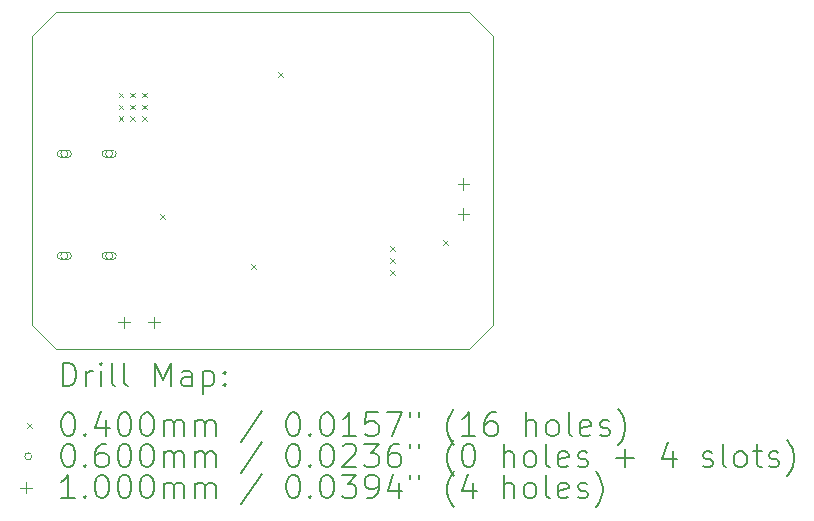
<source format=gbr>
%TF.GenerationSoftware,KiCad,Pcbnew,9.0.4*%
%TF.CreationDate,2025-10-19T21:38:01+02:00*%
%TF.ProjectId,3v-switching-voltage-regulator,33762d73-7769-4746-9368-696e672d766f,rev?*%
%TF.SameCoordinates,Original*%
%TF.FileFunction,Drillmap*%
%TF.FilePolarity,Positive*%
%FSLAX45Y45*%
G04 Gerber Fmt 4.5, Leading zero omitted, Abs format (unit mm)*
G04 Created by KiCad (PCBNEW 9.0.4) date 2025-10-19 21:38:01*
%MOMM*%
%LPD*%
G01*
G04 APERTURE LIST*
%ADD10C,0.100000*%
%ADD11C,0.200000*%
G04 APERTURE END LIST*
D10*
X8125000Y-6200000D02*
X8125000Y-3750000D01*
X8325000Y-3550000D02*
X11825000Y-3550000D01*
X8325000Y-6400000D02*
X8125000Y-6200000D01*
X8125000Y-3750000D02*
X8325000Y-3550000D01*
X12025000Y-3750000D02*
X11825000Y-3550000D01*
X8325000Y-6400000D02*
X11825000Y-6400000D01*
X12025000Y-6200000D02*
X12025000Y-3750000D01*
X11825000Y-6400000D02*
X12025000Y-6200000D01*
D11*
D10*
X8855000Y-4230000D02*
X8895000Y-4270000D01*
X8895000Y-4230000D02*
X8855000Y-4270000D01*
X8855000Y-4330000D02*
X8895000Y-4370000D01*
X8895000Y-4330000D02*
X8855000Y-4370000D01*
X8855000Y-4430000D02*
X8895000Y-4470000D01*
X8895000Y-4430000D02*
X8855000Y-4470000D01*
X8955000Y-4230000D02*
X8995000Y-4270000D01*
X8995000Y-4230000D02*
X8955000Y-4270000D01*
X8955000Y-4330000D02*
X8995000Y-4370000D01*
X8995000Y-4330000D02*
X8955000Y-4370000D01*
X8955000Y-4430000D02*
X8995000Y-4470000D01*
X8995000Y-4430000D02*
X8955000Y-4470000D01*
X9055000Y-4230000D02*
X9095000Y-4270000D01*
X9095000Y-4230000D02*
X9055000Y-4270000D01*
X9055000Y-4330000D02*
X9095000Y-4370000D01*
X9095000Y-4330000D02*
X9055000Y-4370000D01*
X9055000Y-4430000D02*
X9095000Y-4470000D01*
X9095000Y-4430000D02*
X9055000Y-4470000D01*
X9205000Y-5255000D02*
X9245000Y-5295000D01*
X9245000Y-5255000D02*
X9205000Y-5295000D01*
X9980000Y-5680000D02*
X10020000Y-5720000D01*
X10020000Y-5680000D02*
X9980000Y-5720000D01*
X10205000Y-4055000D02*
X10245000Y-4095000D01*
X10245000Y-4055000D02*
X10205000Y-4095000D01*
X11155000Y-5530000D02*
X11195000Y-5570000D01*
X11195000Y-5530000D02*
X11155000Y-5570000D01*
X11155000Y-5630000D02*
X11195000Y-5670000D01*
X11195000Y-5630000D02*
X11155000Y-5670000D01*
X11155000Y-5730000D02*
X11195000Y-5770000D01*
X11195000Y-5730000D02*
X11155000Y-5770000D01*
X11605000Y-5480000D02*
X11645000Y-5520000D01*
X11645000Y-5480000D02*
X11605000Y-5520000D01*
X8425000Y-4746860D02*
G75*
G02*
X8365000Y-4746860I-30000J0D01*
G01*
X8365000Y-4746860D02*
G75*
G02*
X8425000Y-4746860I30000J0D01*
G01*
X8425000Y-4716860D02*
X8365000Y-4716860D01*
X8365000Y-4776860D02*
G75*
G02*
X8365000Y-4716860I0J30000D01*
G01*
X8365000Y-4776860D02*
X8425000Y-4776860D01*
X8425000Y-4776860D02*
G75*
G03*
X8425000Y-4716860I0J30000D01*
G01*
X8425000Y-5610860D02*
G75*
G02*
X8365000Y-5610860I-30000J0D01*
G01*
X8365000Y-5610860D02*
G75*
G02*
X8425000Y-5610860I30000J0D01*
G01*
X8425000Y-5580860D02*
X8365000Y-5580860D01*
X8365000Y-5640860D02*
G75*
G02*
X8365000Y-5580860I0J30000D01*
G01*
X8365000Y-5640860D02*
X8425000Y-5640860D01*
X8425000Y-5640860D02*
G75*
G03*
X8425000Y-5580860I0J30000D01*
G01*
X8805000Y-4746860D02*
G75*
G02*
X8745000Y-4746860I-30000J0D01*
G01*
X8745000Y-4746860D02*
G75*
G02*
X8805000Y-4746860I30000J0D01*
G01*
X8805000Y-4716860D02*
X8745000Y-4716860D01*
X8745000Y-4776860D02*
G75*
G02*
X8745000Y-4716860I0J30000D01*
G01*
X8745000Y-4776860D02*
X8805000Y-4776860D01*
X8805000Y-4776860D02*
G75*
G03*
X8805000Y-4716860I0J30000D01*
G01*
X8805000Y-5610860D02*
G75*
G02*
X8745000Y-5610860I-30000J0D01*
G01*
X8745000Y-5610860D02*
G75*
G02*
X8805000Y-5610860I30000J0D01*
G01*
X8805000Y-5580860D02*
X8745000Y-5580860D01*
X8745000Y-5640860D02*
G75*
G02*
X8745000Y-5580860I0J30000D01*
G01*
X8745000Y-5640860D02*
X8805000Y-5640860D01*
X8805000Y-5640860D02*
G75*
G03*
X8805000Y-5580860I0J30000D01*
G01*
X8900000Y-6125000D02*
X8900000Y-6225000D01*
X8850000Y-6175000D02*
X8950000Y-6175000D01*
X9154000Y-6125000D02*
X9154000Y-6225000D01*
X9104000Y-6175000D02*
X9204000Y-6175000D01*
X11775000Y-4950000D02*
X11775000Y-5050000D01*
X11725000Y-5000000D02*
X11825000Y-5000000D01*
X11775000Y-5204000D02*
X11775000Y-5304000D01*
X11725000Y-5254000D02*
X11825000Y-5254000D01*
D11*
X8380777Y-6716484D02*
X8380777Y-6516484D01*
X8380777Y-6516484D02*
X8428396Y-6516484D01*
X8428396Y-6516484D02*
X8456967Y-6526008D01*
X8456967Y-6526008D02*
X8476015Y-6545055D01*
X8476015Y-6545055D02*
X8485539Y-6564103D01*
X8485539Y-6564103D02*
X8495063Y-6602198D01*
X8495063Y-6602198D02*
X8495063Y-6630769D01*
X8495063Y-6630769D02*
X8485539Y-6668865D01*
X8485539Y-6668865D02*
X8476015Y-6687912D01*
X8476015Y-6687912D02*
X8456967Y-6706960D01*
X8456967Y-6706960D02*
X8428396Y-6716484D01*
X8428396Y-6716484D02*
X8380777Y-6716484D01*
X8580777Y-6716484D02*
X8580777Y-6583150D01*
X8580777Y-6621246D02*
X8590301Y-6602198D01*
X8590301Y-6602198D02*
X8599824Y-6592674D01*
X8599824Y-6592674D02*
X8618872Y-6583150D01*
X8618872Y-6583150D02*
X8637920Y-6583150D01*
X8704586Y-6716484D02*
X8704586Y-6583150D01*
X8704586Y-6516484D02*
X8695063Y-6526008D01*
X8695063Y-6526008D02*
X8704586Y-6535531D01*
X8704586Y-6535531D02*
X8714110Y-6526008D01*
X8714110Y-6526008D02*
X8704586Y-6516484D01*
X8704586Y-6516484D02*
X8704586Y-6535531D01*
X8828396Y-6716484D02*
X8809348Y-6706960D01*
X8809348Y-6706960D02*
X8799824Y-6687912D01*
X8799824Y-6687912D02*
X8799824Y-6516484D01*
X8933158Y-6716484D02*
X8914110Y-6706960D01*
X8914110Y-6706960D02*
X8904586Y-6687912D01*
X8904586Y-6687912D02*
X8904586Y-6516484D01*
X9161729Y-6716484D02*
X9161729Y-6516484D01*
X9161729Y-6516484D02*
X9228396Y-6659341D01*
X9228396Y-6659341D02*
X9295063Y-6516484D01*
X9295063Y-6516484D02*
X9295063Y-6716484D01*
X9476015Y-6716484D02*
X9476015Y-6611722D01*
X9476015Y-6611722D02*
X9466491Y-6592674D01*
X9466491Y-6592674D02*
X9447444Y-6583150D01*
X9447444Y-6583150D02*
X9409348Y-6583150D01*
X9409348Y-6583150D02*
X9390301Y-6592674D01*
X9476015Y-6706960D02*
X9456967Y-6716484D01*
X9456967Y-6716484D02*
X9409348Y-6716484D01*
X9409348Y-6716484D02*
X9390301Y-6706960D01*
X9390301Y-6706960D02*
X9380777Y-6687912D01*
X9380777Y-6687912D02*
X9380777Y-6668865D01*
X9380777Y-6668865D02*
X9390301Y-6649817D01*
X9390301Y-6649817D02*
X9409348Y-6640293D01*
X9409348Y-6640293D02*
X9456967Y-6640293D01*
X9456967Y-6640293D02*
X9476015Y-6630769D01*
X9571253Y-6583150D02*
X9571253Y-6783150D01*
X9571253Y-6592674D02*
X9590301Y-6583150D01*
X9590301Y-6583150D02*
X9628396Y-6583150D01*
X9628396Y-6583150D02*
X9647444Y-6592674D01*
X9647444Y-6592674D02*
X9656967Y-6602198D01*
X9656967Y-6602198D02*
X9666491Y-6621246D01*
X9666491Y-6621246D02*
X9666491Y-6678388D01*
X9666491Y-6678388D02*
X9656967Y-6697436D01*
X9656967Y-6697436D02*
X9647444Y-6706960D01*
X9647444Y-6706960D02*
X9628396Y-6716484D01*
X9628396Y-6716484D02*
X9590301Y-6716484D01*
X9590301Y-6716484D02*
X9571253Y-6706960D01*
X9752205Y-6697436D02*
X9761729Y-6706960D01*
X9761729Y-6706960D02*
X9752205Y-6716484D01*
X9752205Y-6716484D02*
X9742682Y-6706960D01*
X9742682Y-6706960D02*
X9752205Y-6697436D01*
X9752205Y-6697436D02*
X9752205Y-6716484D01*
X9752205Y-6592674D02*
X9761729Y-6602198D01*
X9761729Y-6602198D02*
X9752205Y-6611722D01*
X9752205Y-6611722D02*
X9742682Y-6602198D01*
X9742682Y-6602198D02*
X9752205Y-6592674D01*
X9752205Y-6592674D02*
X9752205Y-6611722D01*
D10*
X8080000Y-7025000D02*
X8120000Y-7065000D01*
X8120000Y-7025000D02*
X8080000Y-7065000D01*
D11*
X8418872Y-6936484D02*
X8437920Y-6936484D01*
X8437920Y-6936484D02*
X8456967Y-6946008D01*
X8456967Y-6946008D02*
X8466491Y-6955531D01*
X8466491Y-6955531D02*
X8476015Y-6974579D01*
X8476015Y-6974579D02*
X8485539Y-7012674D01*
X8485539Y-7012674D02*
X8485539Y-7060293D01*
X8485539Y-7060293D02*
X8476015Y-7098388D01*
X8476015Y-7098388D02*
X8466491Y-7117436D01*
X8466491Y-7117436D02*
X8456967Y-7126960D01*
X8456967Y-7126960D02*
X8437920Y-7136484D01*
X8437920Y-7136484D02*
X8418872Y-7136484D01*
X8418872Y-7136484D02*
X8399824Y-7126960D01*
X8399824Y-7126960D02*
X8390301Y-7117436D01*
X8390301Y-7117436D02*
X8380777Y-7098388D01*
X8380777Y-7098388D02*
X8371253Y-7060293D01*
X8371253Y-7060293D02*
X8371253Y-7012674D01*
X8371253Y-7012674D02*
X8380777Y-6974579D01*
X8380777Y-6974579D02*
X8390301Y-6955531D01*
X8390301Y-6955531D02*
X8399824Y-6946008D01*
X8399824Y-6946008D02*
X8418872Y-6936484D01*
X8571253Y-7117436D02*
X8580777Y-7126960D01*
X8580777Y-7126960D02*
X8571253Y-7136484D01*
X8571253Y-7136484D02*
X8561729Y-7126960D01*
X8561729Y-7126960D02*
X8571253Y-7117436D01*
X8571253Y-7117436D02*
X8571253Y-7136484D01*
X8752205Y-7003150D02*
X8752205Y-7136484D01*
X8704586Y-6926960D02*
X8656967Y-7069817D01*
X8656967Y-7069817D02*
X8780777Y-7069817D01*
X8895063Y-6936484D02*
X8914110Y-6936484D01*
X8914110Y-6936484D02*
X8933158Y-6946008D01*
X8933158Y-6946008D02*
X8942682Y-6955531D01*
X8942682Y-6955531D02*
X8952205Y-6974579D01*
X8952205Y-6974579D02*
X8961729Y-7012674D01*
X8961729Y-7012674D02*
X8961729Y-7060293D01*
X8961729Y-7060293D02*
X8952205Y-7098388D01*
X8952205Y-7098388D02*
X8942682Y-7117436D01*
X8942682Y-7117436D02*
X8933158Y-7126960D01*
X8933158Y-7126960D02*
X8914110Y-7136484D01*
X8914110Y-7136484D02*
X8895063Y-7136484D01*
X8895063Y-7136484D02*
X8876015Y-7126960D01*
X8876015Y-7126960D02*
X8866491Y-7117436D01*
X8866491Y-7117436D02*
X8856967Y-7098388D01*
X8856967Y-7098388D02*
X8847444Y-7060293D01*
X8847444Y-7060293D02*
X8847444Y-7012674D01*
X8847444Y-7012674D02*
X8856967Y-6974579D01*
X8856967Y-6974579D02*
X8866491Y-6955531D01*
X8866491Y-6955531D02*
X8876015Y-6946008D01*
X8876015Y-6946008D02*
X8895063Y-6936484D01*
X9085539Y-6936484D02*
X9104586Y-6936484D01*
X9104586Y-6936484D02*
X9123634Y-6946008D01*
X9123634Y-6946008D02*
X9133158Y-6955531D01*
X9133158Y-6955531D02*
X9142682Y-6974579D01*
X9142682Y-6974579D02*
X9152205Y-7012674D01*
X9152205Y-7012674D02*
X9152205Y-7060293D01*
X9152205Y-7060293D02*
X9142682Y-7098388D01*
X9142682Y-7098388D02*
X9133158Y-7117436D01*
X9133158Y-7117436D02*
X9123634Y-7126960D01*
X9123634Y-7126960D02*
X9104586Y-7136484D01*
X9104586Y-7136484D02*
X9085539Y-7136484D01*
X9085539Y-7136484D02*
X9066491Y-7126960D01*
X9066491Y-7126960D02*
X9056967Y-7117436D01*
X9056967Y-7117436D02*
X9047444Y-7098388D01*
X9047444Y-7098388D02*
X9037920Y-7060293D01*
X9037920Y-7060293D02*
X9037920Y-7012674D01*
X9037920Y-7012674D02*
X9047444Y-6974579D01*
X9047444Y-6974579D02*
X9056967Y-6955531D01*
X9056967Y-6955531D02*
X9066491Y-6946008D01*
X9066491Y-6946008D02*
X9085539Y-6936484D01*
X9237920Y-7136484D02*
X9237920Y-7003150D01*
X9237920Y-7022198D02*
X9247444Y-7012674D01*
X9247444Y-7012674D02*
X9266491Y-7003150D01*
X9266491Y-7003150D02*
X9295063Y-7003150D01*
X9295063Y-7003150D02*
X9314110Y-7012674D01*
X9314110Y-7012674D02*
X9323634Y-7031722D01*
X9323634Y-7031722D02*
X9323634Y-7136484D01*
X9323634Y-7031722D02*
X9333158Y-7012674D01*
X9333158Y-7012674D02*
X9352205Y-7003150D01*
X9352205Y-7003150D02*
X9380777Y-7003150D01*
X9380777Y-7003150D02*
X9399825Y-7012674D01*
X9399825Y-7012674D02*
X9409348Y-7031722D01*
X9409348Y-7031722D02*
X9409348Y-7136484D01*
X9504586Y-7136484D02*
X9504586Y-7003150D01*
X9504586Y-7022198D02*
X9514110Y-7012674D01*
X9514110Y-7012674D02*
X9533158Y-7003150D01*
X9533158Y-7003150D02*
X9561729Y-7003150D01*
X9561729Y-7003150D02*
X9580777Y-7012674D01*
X9580777Y-7012674D02*
X9590301Y-7031722D01*
X9590301Y-7031722D02*
X9590301Y-7136484D01*
X9590301Y-7031722D02*
X9599825Y-7012674D01*
X9599825Y-7012674D02*
X9618872Y-7003150D01*
X9618872Y-7003150D02*
X9647444Y-7003150D01*
X9647444Y-7003150D02*
X9666491Y-7012674D01*
X9666491Y-7012674D02*
X9676015Y-7031722D01*
X9676015Y-7031722D02*
X9676015Y-7136484D01*
X10066491Y-6926960D02*
X9895063Y-7184103D01*
X10323634Y-6936484D02*
X10342682Y-6936484D01*
X10342682Y-6936484D02*
X10361729Y-6946008D01*
X10361729Y-6946008D02*
X10371253Y-6955531D01*
X10371253Y-6955531D02*
X10380777Y-6974579D01*
X10380777Y-6974579D02*
X10390301Y-7012674D01*
X10390301Y-7012674D02*
X10390301Y-7060293D01*
X10390301Y-7060293D02*
X10380777Y-7098388D01*
X10380777Y-7098388D02*
X10371253Y-7117436D01*
X10371253Y-7117436D02*
X10361729Y-7126960D01*
X10361729Y-7126960D02*
X10342682Y-7136484D01*
X10342682Y-7136484D02*
X10323634Y-7136484D01*
X10323634Y-7136484D02*
X10304587Y-7126960D01*
X10304587Y-7126960D02*
X10295063Y-7117436D01*
X10295063Y-7117436D02*
X10285539Y-7098388D01*
X10285539Y-7098388D02*
X10276015Y-7060293D01*
X10276015Y-7060293D02*
X10276015Y-7012674D01*
X10276015Y-7012674D02*
X10285539Y-6974579D01*
X10285539Y-6974579D02*
X10295063Y-6955531D01*
X10295063Y-6955531D02*
X10304587Y-6946008D01*
X10304587Y-6946008D02*
X10323634Y-6936484D01*
X10476015Y-7117436D02*
X10485539Y-7126960D01*
X10485539Y-7126960D02*
X10476015Y-7136484D01*
X10476015Y-7136484D02*
X10466491Y-7126960D01*
X10466491Y-7126960D02*
X10476015Y-7117436D01*
X10476015Y-7117436D02*
X10476015Y-7136484D01*
X10609348Y-6936484D02*
X10628396Y-6936484D01*
X10628396Y-6936484D02*
X10647444Y-6946008D01*
X10647444Y-6946008D02*
X10656968Y-6955531D01*
X10656968Y-6955531D02*
X10666491Y-6974579D01*
X10666491Y-6974579D02*
X10676015Y-7012674D01*
X10676015Y-7012674D02*
X10676015Y-7060293D01*
X10676015Y-7060293D02*
X10666491Y-7098388D01*
X10666491Y-7098388D02*
X10656968Y-7117436D01*
X10656968Y-7117436D02*
X10647444Y-7126960D01*
X10647444Y-7126960D02*
X10628396Y-7136484D01*
X10628396Y-7136484D02*
X10609348Y-7136484D01*
X10609348Y-7136484D02*
X10590301Y-7126960D01*
X10590301Y-7126960D02*
X10580777Y-7117436D01*
X10580777Y-7117436D02*
X10571253Y-7098388D01*
X10571253Y-7098388D02*
X10561729Y-7060293D01*
X10561729Y-7060293D02*
X10561729Y-7012674D01*
X10561729Y-7012674D02*
X10571253Y-6974579D01*
X10571253Y-6974579D02*
X10580777Y-6955531D01*
X10580777Y-6955531D02*
X10590301Y-6946008D01*
X10590301Y-6946008D02*
X10609348Y-6936484D01*
X10866491Y-7136484D02*
X10752206Y-7136484D01*
X10809348Y-7136484D02*
X10809348Y-6936484D01*
X10809348Y-6936484D02*
X10790301Y-6965055D01*
X10790301Y-6965055D02*
X10771253Y-6984103D01*
X10771253Y-6984103D02*
X10752206Y-6993627D01*
X11047444Y-6936484D02*
X10952206Y-6936484D01*
X10952206Y-6936484D02*
X10942682Y-7031722D01*
X10942682Y-7031722D02*
X10952206Y-7022198D01*
X10952206Y-7022198D02*
X10971253Y-7012674D01*
X10971253Y-7012674D02*
X11018872Y-7012674D01*
X11018872Y-7012674D02*
X11037920Y-7022198D01*
X11037920Y-7022198D02*
X11047444Y-7031722D01*
X11047444Y-7031722D02*
X11056968Y-7050769D01*
X11056968Y-7050769D02*
X11056968Y-7098388D01*
X11056968Y-7098388D02*
X11047444Y-7117436D01*
X11047444Y-7117436D02*
X11037920Y-7126960D01*
X11037920Y-7126960D02*
X11018872Y-7136484D01*
X11018872Y-7136484D02*
X10971253Y-7136484D01*
X10971253Y-7136484D02*
X10952206Y-7126960D01*
X10952206Y-7126960D02*
X10942682Y-7117436D01*
X11123634Y-6936484D02*
X11256967Y-6936484D01*
X11256967Y-6936484D02*
X11171253Y-7136484D01*
X11323634Y-6936484D02*
X11323634Y-6974579D01*
X11399825Y-6936484D02*
X11399825Y-6974579D01*
X11695063Y-7212674D02*
X11685539Y-7203150D01*
X11685539Y-7203150D02*
X11666491Y-7174579D01*
X11666491Y-7174579D02*
X11656968Y-7155531D01*
X11656968Y-7155531D02*
X11647444Y-7126960D01*
X11647444Y-7126960D02*
X11637920Y-7079341D01*
X11637920Y-7079341D02*
X11637920Y-7041246D01*
X11637920Y-7041246D02*
X11647444Y-6993627D01*
X11647444Y-6993627D02*
X11656968Y-6965055D01*
X11656968Y-6965055D02*
X11666491Y-6946008D01*
X11666491Y-6946008D02*
X11685539Y-6917436D01*
X11685539Y-6917436D02*
X11695063Y-6907912D01*
X11876015Y-7136484D02*
X11761729Y-7136484D01*
X11818872Y-7136484D02*
X11818872Y-6936484D01*
X11818872Y-6936484D02*
X11799825Y-6965055D01*
X11799825Y-6965055D02*
X11780777Y-6984103D01*
X11780777Y-6984103D02*
X11761729Y-6993627D01*
X12047444Y-6936484D02*
X12009348Y-6936484D01*
X12009348Y-6936484D02*
X11990301Y-6946008D01*
X11990301Y-6946008D02*
X11980777Y-6955531D01*
X11980777Y-6955531D02*
X11961729Y-6984103D01*
X11961729Y-6984103D02*
X11952206Y-7022198D01*
X11952206Y-7022198D02*
X11952206Y-7098388D01*
X11952206Y-7098388D02*
X11961729Y-7117436D01*
X11961729Y-7117436D02*
X11971253Y-7126960D01*
X11971253Y-7126960D02*
X11990301Y-7136484D01*
X11990301Y-7136484D02*
X12028396Y-7136484D01*
X12028396Y-7136484D02*
X12047444Y-7126960D01*
X12047444Y-7126960D02*
X12056968Y-7117436D01*
X12056968Y-7117436D02*
X12066491Y-7098388D01*
X12066491Y-7098388D02*
X12066491Y-7050769D01*
X12066491Y-7050769D02*
X12056968Y-7031722D01*
X12056968Y-7031722D02*
X12047444Y-7022198D01*
X12047444Y-7022198D02*
X12028396Y-7012674D01*
X12028396Y-7012674D02*
X11990301Y-7012674D01*
X11990301Y-7012674D02*
X11971253Y-7022198D01*
X11971253Y-7022198D02*
X11961729Y-7031722D01*
X11961729Y-7031722D02*
X11952206Y-7050769D01*
X12304587Y-7136484D02*
X12304587Y-6936484D01*
X12390301Y-7136484D02*
X12390301Y-7031722D01*
X12390301Y-7031722D02*
X12380777Y-7012674D01*
X12380777Y-7012674D02*
X12361730Y-7003150D01*
X12361730Y-7003150D02*
X12333158Y-7003150D01*
X12333158Y-7003150D02*
X12314110Y-7012674D01*
X12314110Y-7012674D02*
X12304587Y-7022198D01*
X12514110Y-7136484D02*
X12495063Y-7126960D01*
X12495063Y-7126960D02*
X12485539Y-7117436D01*
X12485539Y-7117436D02*
X12476015Y-7098388D01*
X12476015Y-7098388D02*
X12476015Y-7041246D01*
X12476015Y-7041246D02*
X12485539Y-7022198D01*
X12485539Y-7022198D02*
X12495063Y-7012674D01*
X12495063Y-7012674D02*
X12514110Y-7003150D01*
X12514110Y-7003150D02*
X12542682Y-7003150D01*
X12542682Y-7003150D02*
X12561730Y-7012674D01*
X12561730Y-7012674D02*
X12571253Y-7022198D01*
X12571253Y-7022198D02*
X12580777Y-7041246D01*
X12580777Y-7041246D02*
X12580777Y-7098388D01*
X12580777Y-7098388D02*
X12571253Y-7117436D01*
X12571253Y-7117436D02*
X12561730Y-7126960D01*
X12561730Y-7126960D02*
X12542682Y-7136484D01*
X12542682Y-7136484D02*
X12514110Y-7136484D01*
X12695063Y-7136484D02*
X12676015Y-7126960D01*
X12676015Y-7126960D02*
X12666491Y-7107912D01*
X12666491Y-7107912D02*
X12666491Y-6936484D01*
X12847444Y-7126960D02*
X12828396Y-7136484D01*
X12828396Y-7136484D02*
X12790301Y-7136484D01*
X12790301Y-7136484D02*
X12771253Y-7126960D01*
X12771253Y-7126960D02*
X12761730Y-7107912D01*
X12761730Y-7107912D02*
X12761730Y-7031722D01*
X12761730Y-7031722D02*
X12771253Y-7012674D01*
X12771253Y-7012674D02*
X12790301Y-7003150D01*
X12790301Y-7003150D02*
X12828396Y-7003150D01*
X12828396Y-7003150D02*
X12847444Y-7012674D01*
X12847444Y-7012674D02*
X12856968Y-7031722D01*
X12856968Y-7031722D02*
X12856968Y-7050769D01*
X12856968Y-7050769D02*
X12761730Y-7069817D01*
X12933158Y-7126960D02*
X12952206Y-7136484D01*
X12952206Y-7136484D02*
X12990301Y-7136484D01*
X12990301Y-7136484D02*
X13009349Y-7126960D01*
X13009349Y-7126960D02*
X13018872Y-7107912D01*
X13018872Y-7107912D02*
X13018872Y-7098388D01*
X13018872Y-7098388D02*
X13009349Y-7079341D01*
X13009349Y-7079341D02*
X12990301Y-7069817D01*
X12990301Y-7069817D02*
X12961730Y-7069817D01*
X12961730Y-7069817D02*
X12942682Y-7060293D01*
X12942682Y-7060293D02*
X12933158Y-7041246D01*
X12933158Y-7041246D02*
X12933158Y-7031722D01*
X12933158Y-7031722D02*
X12942682Y-7012674D01*
X12942682Y-7012674D02*
X12961730Y-7003150D01*
X12961730Y-7003150D02*
X12990301Y-7003150D01*
X12990301Y-7003150D02*
X13009349Y-7012674D01*
X13085539Y-7212674D02*
X13095063Y-7203150D01*
X13095063Y-7203150D02*
X13114111Y-7174579D01*
X13114111Y-7174579D02*
X13123634Y-7155531D01*
X13123634Y-7155531D02*
X13133158Y-7126960D01*
X13133158Y-7126960D02*
X13142682Y-7079341D01*
X13142682Y-7079341D02*
X13142682Y-7041246D01*
X13142682Y-7041246D02*
X13133158Y-6993627D01*
X13133158Y-6993627D02*
X13123634Y-6965055D01*
X13123634Y-6965055D02*
X13114111Y-6946008D01*
X13114111Y-6946008D02*
X13095063Y-6917436D01*
X13095063Y-6917436D02*
X13085539Y-6907912D01*
D10*
X8120000Y-7309000D02*
G75*
G02*
X8060000Y-7309000I-30000J0D01*
G01*
X8060000Y-7309000D02*
G75*
G02*
X8120000Y-7309000I30000J0D01*
G01*
D11*
X8418872Y-7200484D02*
X8437920Y-7200484D01*
X8437920Y-7200484D02*
X8456967Y-7210008D01*
X8456967Y-7210008D02*
X8466491Y-7219531D01*
X8466491Y-7219531D02*
X8476015Y-7238579D01*
X8476015Y-7238579D02*
X8485539Y-7276674D01*
X8485539Y-7276674D02*
X8485539Y-7324293D01*
X8485539Y-7324293D02*
X8476015Y-7362388D01*
X8476015Y-7362388D02*
X8466491Y-7381436D01*
X8466491Y-7381436D02*
X8456967Y-7390960D01*
X8456967Y-7390960D02*
X8437920Y-7400484D01*
X8437920Y-7400484D02*
X8418872Y-7400484D01*
X8418872Y-7400484D02*
X8399824Y-7390960D01*
X8399824Y-7390960D02*
X8390301Y-7381436D01*
X8390301Y-7381436D02*
X8380777Y-7362388D01*
X8380777Y-7362388D02*
X8371253Y-7324293D01*
X8371253Y-7324293D02*
X8371253Y-7276674D01*
X8371253Y-7276674D02*
X8380777Y-7238579D01*
X8380777Y-7238579D02*
X8390301Y-7219531D01*
X8390301Y-7219531D02*
X8399824Y-7210008D01*
X8399824Y-7210008D02*
X8418872Y-7200484D01*
X8571253Y-7381436D02*
X8580777Y-7390960D01*
X8580777Y-7390960D02*
X8571253Y-7400484D01*
X8571253Y-7400484D02*
X8561729Y-7390960D01*
X8561729Y-7390960D02*
X8571253Y-7381436D01*
X8571253Y-7381436D02*
X8571253Y-7400484D01*
X8752205Y-7200484D02*
X8714110Y-7200484D01*
X8714110Y-7200484D02*
X8695063Y-7210008D01*
X8695063Y-7210008D02*
X8685539Y-7219531D01*
X8685539Y-7219531D02*
X8666491Y-7248103D01*
X8666491Y-7248103D02*
X8656967Y-7286198D01*
X8656967Y-7286198D02*
X8656967Y-7362388D01*
X8656967Y-7362388D02*
X8666491Y-7381436D01*
X8666491Y-7381436D02*
X8676015Y-7390960D01*
X8676015Y-7390960D02*
X8695063Y-7400484D01*
X8695063Y-7400484D02*
X8733158Y-7400484D01*
X8733158Y-7400484D02*
X8752205Y-7390960D01*
X8752205Y-7390960D02*
X8761729Y-7381436D01*
X8761729Y-7381436D02*
X8771253Y-7362388D01*
X8771253Y-7362388D02*
X8771253Y-7314769D01*
X8771253Y-7314769D02*
X8761729Y-7295722D01*
X8761729Y-7295722D02*
X8752205Y-7286198D01*
X8752205Y-7286198D02*
X8733158Y-7276674D01*
X8733158Y-7276674D02*
X8695063Y-7276674D01*
X8695063Y-7276674D02*
X8676015Y-7286198D01*
X8676015Y-7286198D02*
X8666491Y-7295722D01*
X8666491Y-7295722D02*
X8656967Y-7314769D01*
X8895063Y-7200484D02*
X8914110Y-7200484D01*
X8914110Y-7200484D02*
X8933158Y-7210008D01*
X8933158Y-7210008D02*
X8942682Y-7219531D01*
X8942682Y-7219531D02*
X8952205Y-7238579D01*
X8952205Y-7238579D02*
X8961729Y-7276674D01*
X8961729Y-7276674D02*
X8961729Y-7324293D01*
X8961729Y-7324293D02*
X8952205Y-7362388D01*
X8952205Y-7362388D02*
X8942682Y-7381436D01*
X8942682Y-7381436D02*
X8933158Y-7390960D01*
X8933158Y-7390960D02*
X8914110Y-7400484D01*
X8914110Y-7400484D02*
X8895063Y-7400484D01*
X8895063Y-7400484D02*
X8876015Y-7390960D01*
X8876015Y-7390960D02*
X8866491Y-7381436D01*
X8866491Y-7381436D02*
X8856967Y-7362388D01*
X8856967Y-7362388D02*
X8847444Y-7324293D01*
X8847444Y-7324293D02*
X8847444Y-7276674D01*
X8847444Y-7276674D02*
X8856967Y-7238579D01*
X8856967Y-7238579D02*
X8866491Y-7219531D01*
X8866491Y-7219531D02*
X8876015Y-7210008D01*
X8876015Y-7210008D02*
X8895063Y-7200484D01*
X9085539Y-7200484D02*
X9104586Y-7200484D01*
X9104586Y-7200484D02*
X9123634Y-7210008D01*
X9123634Y-7210008D02*
X9133158Y-7219531D01*
X9133158Y-7219531D02*
X9142682Y-7238579D01*
X9142682Y-7238579D02*
X9152205Y-7276674D01*
X9152205Y-7276674D02*
X9152205Y-7324293D01*
X9152205Y-7324293D02*
X9142682Y-7362388D01*
X9142682Y-7362388D02*
X9133158Y-7381436D01*
X9133158Y-7381436D02*
X9123634Y-7390960D01*
X9123634Y-7390960D02*
X9104586Y-7400484D01*
X9104586Y-7400484D02*
X9085539Y-7400484D01*
X9085539Y-7400484D02*
X9066491Y-7390960D01*
X9066491Y-7390960D02*
X9056967Y-7381436D01*
X9056967Y-7381436D02*
X9047444Y-7362388D01*
X9047444Y-7362388D02*
X9037920Y-7324293D01*
X9037920Y-7324293D02*
X9037920Y-7276674D01*
X9037920Y-7276674D02*
X9047444Y-7238579D01*
X9047444Y-7238579D02*
X9056967Y-7219531D01*
X9056967Y-7219531D02*
X9066491Y-7210008D01*
X9066491Y-7210008D02*
X9085539Y-7200484D01*
X9237920Y-7400484D02*
X9237920Y-7267150D01*
X9237920Y-7286198D02*
X9247444Y-7276674D01*
X9247444Y-7276674D02*
X9266491Y-7267150D01*
X9266491Y-7267150D02*
X9295063Y-7267150D01*
X9295063Y-7267150D02*
X9314110Y-7276674D01*
X9314110Y-7276674D02*
X9323634Y-7295722D01*
X9323634Y-7295722D02*
X9323634Y-7400484D01*
X9323634Y-7295722D02*
X9333158Y-7276674D01*
X9333158Y-7276674D02*
X9352205Y-7267150D01*
X9352205Y-7267150D02*
X9380777Y-7267150D01*
X9380777Y-7267150D02*
X9399825Y-7276674D01*
X9399825Y-7276674D02*
X9409348Y-7295722D01*
X9409348Y-7295722D02*
X9409348Y-7400484D01*
X9504586Y-7400484D02*
X9504586Y-7267150D01*
X9504586Y-7286198D02*
X9514110Y-7276674D01*
X9514110Y-7276674D02*
X9533158Y-7267150D01*
X9533158Y-7267150D02*
X9561729Y-7267150D01*
X9561729Y-7267150D02*
X9580777Y-7276674D01*
X9580777Y-7276674D02*
X9590301Y-7295722D01*
X9590301Y-7295722D02*
X9590301Y-7400484D01*
X9590301Y-7295722D02*
X9599825Y-7276674D01*
X9599825Y-7276674D02*
X9618872Y-7267150D01*
X9618872Y-7267150D02*
X9647444Y-7267150D01*
X9647444Y-7267150D02*
X9666491Y-7276674D01*
X9666491Y-7276674D02*
X9676015Y-7295722D01*
X9676015Y-7295722D02*
X9676015Y-7400484D01*
X10066491Y-7190960D02*
X9895063Y-7448103D01*
X10323634Y-7200484D02*
X10342682Y-7200484D01*
X10342682Y-7200484D02*
X10361729Y-7210008D01*
X10361729Y-7210008D02*
X10371253Y-7219531D01*
X10371253Y-7219531D02*
X10380777Y-7238579D01*
X10380777Y-7238579D02*
X10390301Y-7276674D01*
X10390301Y-7276674D02*
X10390301Y-7324293D01*
X10390301Y-7324293D02*
X10380777Y-7362388D01*
X10380777Y-7362388D02*
X10371253Y-7381436D01*
X10371253Y-7381436D02*
X10361729Y-7390960D01*
X10361729Y-7390960D02*
X10342682Y-7400484D01*
X10342682Y-7400484D02*
X10323634Y-7400484D01*
X10323634Y-7400484D02*
X10304587Y-7390960D01*
X10304587Y-7390960D02*
X10295063Y-7381436D01*
X10295063Y-7381436D02*
X10285539Y-7362388D01*
X10285539Y-7362388D02*
X10276015Y-7324293D01*
X10276015Y-7324293D02*
X10276015Y-7276674D01*
X10276015Y-7276674D02*
X10285539Y-7238579D01*
X10285539Y-7238579D02*
X10295063Y-7219531D01*
X10295063Y-7219531D02*
X10304587Y-7210008D01*
X10304587Y-7210008D02*
X10323634Y-7200484D01*
X10476015Y-7381436D02*
X10485539Y-7390960D01*
X10485539Y-7390960D02*
X10476015Y-7400484D01*
X10476015Y-7400484D02*
X10466491Y-7390960D01*
X10466491Y-7390960D02*
X10476015Y-7381436D01*
X10476015Y-7381436D02*
X10476015Y-7400484D01*
X10609348Y-7200484D02*
X10628396Y-7200484D01*
X10628396Y-7200484D02*
X10647444Y-7210008D01*
X10647444Y-7210008D02*
X10656968Y-7219531D01*
X10656968Y-7219531D02*
X10666491Y-7238579D01*
X10666491Y-7238579D02*
X10676015Y-7276674D01*
X10676015Y-7276674D02*
X10676015Y-7324293D01*
X10676015Y-7324293D02*
X10666491Y-7362388D01*
X10666491Y-7362388D02*
X10656968Y-7381436D01*
X10656968Y-7381436D02*
X10647444Y-7390960D01*
X10647444Y-7390960D02*
X10628396Y-7400484D01*
X10628396Y-7400484D02*
X10609348Y-7400484D01*
X10609348Y-7400484D02*
X10590301Y-7390960D01*
X10590301Y-7390960D02*
X10580777Y-7381436D01*
X10580777Y-7381436D02*
X10571253Y-7362388D01*
X10571253Y-7362388D02*
X10561729Y-7324293D01*
X10561729Y-7324293D02*
X10561729Y-7276674D01*
X10561729Y-7276674D02*
X10571253Y-7238579D01*
X10571253Y-7238579D02*
X10580777Y-7219531D01*
X10580777Y-7219531D02*
X10590301Y-7210008D01*
X10590301Y-7210008D02*
X10609348Y-7200484D01*
X10752206Y-7219531D02*
X10761729Y-7210008D01*
X10761729Y-7210008D02*
X10780777Y-7200484D01*
X10780777Y-7200484D02*
X10828396Y-7200484D01*
X10828396Y-7200484D02*
X10847444Y-7210008D01*
X10847444Y-7210008D02*
X10856968Y-7219531D01*
X10856968Y-7219531D02*
X10866491Y-7238579D01*
X10866491Y-7238579D02*
X10866491Y-7257627D01*
X10866491Y-7257627D02*
X10856968Y-7286198D01*
X10856968Y-7286198D02*
X10742682Y-7400484D01*
X10742682Y-7400484D02*
X10866491Y-7400484D01*
X10933158Y-7200484D02*
X11056968Y-7200484D01*
X11056968Y-7200484D02*
X10990301Y-7276674D01*
X10990301Y-7276674D02*
X11018872Y-7276674D01*
X11018872Y-7276674D02*
X11037920Y-7286198D01*
X11037920Y-7286198D02*
X11047444Y-7295722D01*
X11047444Y-7295722D02*
X11056968Y-7314769D01*
X11056968Y-7314769D02*
X11056968Y-7362388D01*
X11056968Y-7362388D02*
X11047444Y-7381436D01*
X11047444Y-7381436D02*
X11037920Y-7390960D01*
X11037920Y-7390960D02*
X11018872Y-7400484D01*
X11018872Y-7400484D02*
X10961729Y-7400484D01*
X10961729Y-7400484D02*
X10942682Y-7390960D01*
X10942682Y-7390960D02*
X10933158Y-7381436D01*
X11228396Y-7200484D02*
X11190301Y-7200484D01*
X11190301Y-7200484D02*
X11171253Y-7210008D01*
X11171253Y-7210008D02*
X11161729Y-7219531D01*
X11161729Y-7219531D02*
X11142682Y-7248103D01*
X11142682Y-7248103D02*
X11133158Y-7286198D01*
X11133158Y-7286198D02*
X11133158Y-7362388D01*
X11133158Y-7362388D02*
X11142682Y-7381436D01*
X11142682Y-7381436D02*
X11152206Y-7390960D01*
X11152206Y-7390960D02*
X11171253Y-7400484D01*
X11171253Y-7400484D02*
X11209348Y-7400484D01*
X11209348Y-7400484D02*
X11228396Y-7390960D01*
X11228396Y-7390960D02*
X11237920Y-7381436D01*
X11237920Y-7381436D02*
X11247444Y-7362388D01*
X11247444Y-7362388D02*
X11247444Y-7314769D01*
X11247444Y-7314769D02*
X11237920Y-7295722D01*
X11237920Y-7295722D02*
X11228396Y-7286198D01*
X11228396Y-7286198D02*
X11209348Y-7276674D01*
X11209348Y-7276674D02*
X11171253Y-7276674D01*
X11171253Y-7276674D02*
X11152206Y-7286198D01*
X11152206Y-7286198D02*
X11142682Y-7295722D01*
X11142682Y-7295722D02*
X11133158Y-7314769D01*
X11323634Y-7200484D02*
X11323634Y-7238579D01*
X11399825Y-7200484D02*
X11399825Y-7238579D01*
X11695063Y-7476674D02*
X11685539Y-7467150D01*
X11685539Y-7467150D02*
X11666491Y-7438579D01*
X11666491Y-7438579D02*
X11656968Y-7419531D01*
X11656968Y-7419531D02*
X11647444Y-7390960D01*
X11647444Y-7390960D02*
X11637920Y-7343341D01*
X11637920Y-7343341D02*
X11637920Y-7305246D01*
X11637920Y-7305246D02*
X11647444Y-7257627D01*
X11647444Y-7257627D02*
X11656968Y-7229055D01*
X11656968Y-7229055D02*
X11666491Y-7210008D01*
X11666491Y-7210008D02*
X11685539Y-7181436D01*
X11685539Y-7181436D02*
X11695063Y-7171912D01*
X11809348Y-7200484D02*
X11828396Y-7200484D01*
X11828396Y-7200484D02*
X11847444Y-7210008D01*
X11847444Y-7210008D02*
X11856968Y-7219531D01*
X11856968Y-7219531D02*
X11866491Y-7238579D01*
X11866491Y-7238579D02*
X11876015Y-7276674D01*
X11876015Y-7276674D02*
X11876015Y-7324293D01*
X11876015Y-7324293D02*
X11866491Y-7362388D01*
X11866491Y-7362388D02*
X11856968Y-7381436D01*
X11856968Y-7381436D02*
X11847444Y-7390960D01*
X11847444Y-7390960D02*
X11828396Y-7400484D01*
X11828396Y-7400484D02*
X11809348Y-7400484D01*
X11809348Y-7400484D02*
X11790301Y-7390960D01*
X11790301Y-7390960D02*
X11780777Y-7381436D01*
X11780777Y-7381436D02*
X11771253Y-7362388D01*
X11771253Y-7362388D02*
X11761729Y-7324293D01*
X11761729Y-7324293D02*
X11761729Y-7276674D01*
X11761729Y-7276674D02*
X11771253Y-7238579D01*
X11771253Y-7238579D02*
X11780777Y-7219531D01*
X11780777Y-7219531D02*
X11790301Y-7210008D01*
X11790301Y-7210008D02*
X11809348Y-7200484D01*
X12114110Y-7400484D02*
X12114110Y-7200484D01*
X12199825Y-7400484D02*
X12199825Y-7295722D01*
X12199825Y-7295722D02*
X12190301Y-7276674D01*
X12190301Y-7276674D02*
X12171253Y-7267150D01*
X12171253Y-7267150D02*
X12142682Y-7267150D01*
X12142682Y-7267150D02*
X12123634Y-7276674D01*
X12123634Y-7276674D02*
X12114110Y-7286198D01*
X12323634Y-7400484D02*
X12304587Y-7390960D01*
X12304587Y-7390960D02*
X12295063Y-7381436D01*
X12295063Y-7381436D02*
X12285539Y-7362388D01*
X12285539Y-7362388D02*
X12285539Y-7305246D01*
X12285539Y-7305246D02*
X12295063Y-7286198D01*
X12295063Y-7286198D02*
X12304587Y-7276674D01*
X12304587Y-7276674D02*
X12323634Y-7267150D01*
X12323634Y-7267150D02*
X12352206Y-7267150D01*
X12352206Y-7267150D02*
X12371253Y-7276674D01*
X12371253Y-7276674D02*
X12380777Y-7286198D01*
X12380777Y-7286198D02*
X12390301Y-7305246D01*
X12390301Y-7305246D02*
X12390301Y-7362388D01*
X12390301Y-7362388D02*
X12380777Y-7381436D01*
X12380777Y-7381436D02*
X12371253Y-7390960D01*
X12371253Y-7390960D02*
X12352206Y-7400484D01*
X12352206Y-7400484D02*
X12323634Y-7400484D01*
X12504587Y-7400484D02*
X12485539Y-7390960D01*
X12485539Y-7390960D02*
X12476015Y-7371912D01*
X12476015Y-7371912D02*
X12476015Y-7200484D01*
X12656968Y-7390960D02*
X12637920Y-7400484D01*
X12637920Y-7400484D02*
X12599825Y-7400484D01*
X12599825Y-7400484D02*
X12580777Y-7390960D01*
X12580777Y-7390960D02*
X12571253Y-7371912D01*
X12571253Y-7371912D02*
X12571253Y-7295722D01*
X12571253Y-7295722D02*
X12580777Y-7276674D01*
X12580777Y-7276674D02*
X12599825Y-7267150D01*
X12599825Y-7267150D02*
X12637920Y-7267150D01*
X12637920Y-7267150D02*
X12656968Y-7276674D01*
X12656968Y-7276674D02*
X12666491Y-7295722D01*
X12666491Y-7295722D02*
X12666491Y-7314769D01*
X12666491Y-7314769D02*
X12571253Y-7333817D01*
X12742682Y-7390960D02*
X12761730Y-7400484D01*
X12761730Y-7400484D02*
X12799825Y-7400484D01*
X12799825Y-7400484D02*
X12818872Y-7390960D01*
X12818872Y-7390960D02*
X12828396Y-7371912D01*
X12828396Y-7371912D02*
X12828396Y-7362388D01*
X12828396Y-7362388D02*
X12818872Y-7343341D01*
X12818872Y-7343341D02*
X12799825Y-7333817D01*
X12799825Y-7333817D02*
X12771253Y-7333817D01*
X12771253Y-7333817D02*
X12752206Y-7324293D01*
X12752206Y-7324293D02*
X12742682Y-7305246D01*
X12742682Y-7305246D02*
X12742682Y-7295722D01*
X12742682Y-7295722D02*
X12752206Y-7276674D01*
X12752206Y-7276674D02*
X12771253Y-7267150D01*
X12771253Y-7267150D02*
X12799825Y-7267150D01*
X12799825Y-7267150D02*
X12818872Y-7276674D01*
X13066492Y-7324293D02*
X13218873Y-7324293D01*
X13142682Y-7400484D02*
X13142682Y-7248103D01*
X13552206Y-7267150D02*
X13552206Y-7400484D01*
X13504587Y-7190960D02*
X13456968Y-7333817D01*
X13456968Y-7333817D02*
X13580777Y-7333817D01*
X13799825Y-7390960D02*
X13818873Y-7400484D01*
X13818873Y-7400484D02*
X13856968Y-7400484D01*
X13856968Y-7400484D02*
X13876015Y-7390960D01*
X13876015Y-7390960D02*
X13885539Y-7371912D01*
X13885539Y-7371912D02*
X13885539Y-7362388D01*
X13885539Y-7362388D02*
X13876015Y-7343341D01*
X13876015Y-7343341D02*
X13856968Y-7333817D01*
X13856968Y-7333817D02*
X13828396Y-7333817D01*
X13828396Y-7333817D02*
X13809349Y-7324293D01*
X13809349Y-7324293D02*
X13799825Y-7305246D01*
X13799825Y-7305246D02*
X13799825Y-7295722D01*
X13799825Y-7295722D02*
X13809349Y-7276674D01*
X13809349Y-7276674D02*
X13828396Y-7267150D01*
X13828396Y-7267150D02*
X13856968Y-7267150D01*
X13856968Y-7267150D02*
X13876015Y-7276674D01*
X13999825Y-7400484D02*
X13980777Y-7390960D01*
X13980777Y-7390960D02*
X13971254Y-7371912D01*
X13971254Y-7371912D02*
X13971254Y-7200484D01*
X14104587Y-7400484D02*
X14085539Y-7390960D01*
X14085539Y-7390960D02*
X14076015Y-7381436D01*
X14076015Y-7381436D02*
X14066492Y-7362388D01*
X14066492Y-7362388D02*
X14066492Y-7305246D01*
X14066492Y-7305246D02*
X14076015Y-7286198D01*
X14076015Y-7286198D02*
X14085539Y-7276674D01*
X14085539Y-7276674D02*
X14104587Y-7267150D01*
X14104587Y-7267150D02*
X14133158Y-7267150D01*
X14133158Y-7267150D02*
X14152206Y-7276674D01*
X14152206Y-7276674D02*
X14161730Y-7286198D01*
X14161730Y-7286198D02*
X14171254Y-7305246D01*
X14171254Y-7305246D02*
X14171254Y-7362388D01*
X14171254Y-7362388D02*
X14161730Y-7381436D01*
X14161730Y-7381436D02*
X14152206Y-7390960D01*
X14152206Y-7390960D02*
X14133158Y-7400484D01*
X14133158Y-7400484D02*
X14104587Y-7400484D01*
X14228396Y-7267150D02*
X14304587Y-7267150D01*
X14256968Y-7200484D02*
X14256968Y-7371912D01*
X14256968Y-7371912D02*
X14266492Y-7390960D01*
X14266492Y-7390960D02*
X14285539Y-7400484D01*
X14285539Y-7400484D02*
X14304587Y-7400484D01*
X14361730Y-7390960D02*
X14380777Y-7400484D01*
X14380777Y-7400484D02*
X14418873Y-7400484D01*
X14418873Y-7400484D02*
X14437920Y-7390960D01*
X14437920Y-7390960D02*
X14447444Y-7371912D01*
X14447444Y-7371912D02*
X14447444Y-7362388D01*
X14447444Y-7362388D02*
X14437920Y-7343341D01*
X14437920Y-7343341D02*
X14418873Y-7333817D01*
X14418873Y-7333817D02*
X14390301Y-7333817D01*
X14390301Y-7333817D02*
X14371254Y-7324293D01*
X14371254Y-7324293D02*
X14361730Y-7305246D01*
X14361730Y-7305246D02*
X14361730Y-7295722D01*
X14361730Y-7295722D02*
X14371254Y-7276674D01*
X14371254Y-7276674D02*
X14390301Y-7267150D01*
X14390301Y-7267150D02*
X14418873Y-7267150D01*
X14418873Y-7267150D02*
X14437920Y-7276674D01*
X14514111Y-7476674D02*
X14523635Y-7467150D01*
X14523635Y-7467150D02*
X14542682Y-7438579D01*
X14542682Y-7438579D02*
X14552206Y-7419531D01*
X14552206Y-7419531D02*
X14561730Y-7390960D01*
X14561730Y-7390960D02*
X14571254Y-7343341D01*
X14571254Y-7343341D02*
X14571254Y-7305246D01*
X14571254Y-7305246D02*
X14561730Y-7257627D01*
X14561730Y-7257627D02*
X14552206Y-7229055D01*
X14552206Y-7229055D02*
X14542682Y-7210008D01*
X14542682Y-7210008D02*
X14523635Y-7181436D01*
X14523635Y-7181436D02*
X14514111Y-7171912D01*
D10*
X8070000Y-7523000D02*
X8070000Y-7623000D01*
X8020000Y-7573000D02*
X8120000Y-7573000D01*
D11*
X8485539Y-7664484D02*
X8371253Y-7664484D01*
X8428396Y-7664484D02*
X8428396Y-7464484D01*
X8428396Y-7464484D02*
X8409348Y-7493055D01*
X8409348Y-7493055D02*
X8390301Y-7512103D01*
X8390301Y-7512103D02*
X8371253Y-7521627D01*
X8571253Y-7645436D02*
X8580777Y-7654960D01*
X8580777Y-7654960D02*
X8571253Y-7664484D01*
X8571253Y-7664484D02*
X8561729Y-7654960D01*
X8561729Y-7654960D02*
X8571253Y-7645436D01*
X8571253Y-7645436D02*
X8571253Y-7664484D01*
X8704586Y-7464484D02*
X8723634Y-7464484D01*
X8723634Y-7464484D02*
X8742682Y-7474008D01*
X8742682Y-7474008D02*
X8752205Y-7483531D01*
X8752205Y-7483531D02*
X8761729Y-7502579D01*
X8761729Y-7502579D02*
X8771253Y-7540674D01*
X8771253Y-7540674D02*
X8771253Y-7588293D01*
X8771253Y-7588293D02*
X8761729Y-7626388D01*
X8761729Y-7626388D02*
X8752205Y-7645436D01*
X8752205Y-7645436D02*
X8742682Y-7654960D01*
X8742682Y-7654960D02*
X8723634Y-7664484D01*
X8723634Y-7664484D02*
X8704586Y-7664484D01*
X8704586Y-7664484D02*
X8685539Y-7654960D01*
X8685539Y-7654960D02*
X8676015Y-7645436D01*
X8676015Y-7645436D02*
X8666491Y-7626388D01*
X8666491Y-7626388D02*
X8656967Y-7588293D01*
X8656967Y-7588293D02*
X8656967Y-7540674D01*
X8656967Y-7540674D02*
X8666491Y-7502579D01*
X8666491Y-7502579D02*
X8676015Y-7483531D01*
X8676015Y-7483531D02*
X8685539Y-7474008D01*
X8685539Y-7474008D02*
X8704586Y-7464484D01*
X8895063Y-7464484D02*
X8914110Y-7464484D01*
X8914110Y-7464484D02*
X8933158Y-7474008D01*
X8933158Y-7474008D02*
X8942682Y-7483531D01*
X8942682Y-7483531D02*
X8952205Y-7502579D01*
X8952205Y-7502579D02*
X8961729Y-7540674D01*
X8961729Y-7540674D02*
X8961729Y-7588293D01*
X8961729Y-7588293D02*
X8952205Y-7626388D01*
X8952205Y-7626388D02*
X8942682Y-7645436D01*
X8942682Y-7645436D02*
X8933158Y-7654960D01*
X8933158Y-7654960D02*
X8914110Y-7664484D01*
X8914110Y-7664484D02*
X8895063Y-7664484D01*
X8895063Y-7664484D02*
X8876015Y-7654960D01*
X8876015Y-7654960D02*
X8866491Y-7645436D01*
X8866491Y-7645436D02*
X8856967Y-7626388D01*
X8856967Y-7626388D02*
X8847444Y-7588293D01*
X8847444Y-7588293D02*
X8847444Y-7540674D01*
X8847444Y-7540674D02*
X8856967Y-7502579D01*
X8856967Y-7502579D02*
X8866491Y-7483531D01*
X8866491Y-7483531D02*
X8876015Y-7474008D01*
X8876015Y-7474008D02*
X8895063Y-7464484D01*
X9085539Y-7464484D02*
X9104586Y-7464484D01*
X9104586Y-7464484D02*
X9123634Y-7474008D01*
X9123634Y-7474008D02*
X9133158Y-7483531D01*
X9133158Y-7483531D02*
X9142682Y-7502579D01*
X9142682Y-7502579D02*
X9152205Y-7540674D01*
X9152205Y-7540674D02*
X9152205Y-7588293D01*
X9152205Y-7588293D02*
X9142682Y-7626388D01*
X9142682Y-7626388D02*
X9133158Y-7645436D01*
X9133158Y-7645436D02*
X9123634Y-7654960D01*
X9123634Y-7654960D02*
X9104586Y-7664484D01*
X9104586Y-7664484D02*
X9085539Y-7664484D01*
X9085539Y-7664484D02*
X9066491Y-7654960D01*
X9066491Y-7654960D02*
X9056967Y-7645436D01*
X9056967Y-7645436D02*
X9047444Y-7626388D01*
X9047444Y-7626388D02*
X9037920Y-7588293D01*
X9037920Y-7588293D02*
X9037920Y-7540674D01*
X9037920Y-7540674D02*
X9047444Y-7502579D01*
X9047444Y-7502579D02*
X9056967Y-7483531D01*
X9056967Y-7483531D02*
X9066491Y-7474008D01*
X9066491Y-7474008D02*
X9085539Y-7464484D01*
X9237920Y-7664484D02*
X9237920Y-7531150D01*
X9237920Y-7550198D02*
X9247444Y-7540674D01*
X9247444Y-7540674D02*
X9266491Y-7531150D01*
X9266491Y-7531150D02*
X9295063Y-7531150D01*
X9295063Y-7531150D02*
X9314110Y-7540674D01*
X9314110Y-7540674D02*
X9323634Y-7559722D01*
X9323634Y-7559722D02*
X9323634Y-7664484D01*
X9323634Y-7559722D02*
X9333158Y-7540674D01*
X9333158Y-7540674D02*
X9352205Y-7531150D01*
X9352205Y-7531150D02*
X9380777Y-7531150D01*
X9380777Y-7531150D02*
X9399825Y-7540674D01*
X9399825Y-7540674D02*
X9409348Y-7559722D01*
X9409348Y-7559722D02*
X9409348Y-7664484D01*
X9504586Y-7664484D02*
X9504586Y-7531150D01*
X9504586Y-7550198D02*
X9514110Y-7540674D01*
X9514110Y-7540674D02*
X9533158Y-7531150D01*
X9533158Y-7531150D02*
X9561729Y-7531150D01*
X9561729Y-7531150D02*
X9580777Y-7540674D01*
X9580777Y-7540674D02*
X9590301Y-7559722D01*
X9590301Y-7559722D02*
X9590301Y-7664484D01*
X9590301Y-7559722D02*
X9599825Y-7540674D01*
X9599825Y-7540674D02*
X9618872Y-7531150D01*
X9618872Y-7531150D02*
X9647444Y-7531150D01*
X9647444Y-7531150D02*
X9666491Y-7540674D01*
X9666491Y-7540674D02*
X9676015Y-7559722D01*
X9676015Y-7559722D02*
X9676015Y-7664484D01*
X10066491Y-7454960D02*
X9895063Y-7712103D01*
X10323634Y-7464484D02*
X10342682Y-7464484D01*
X10342682Y-7464484D02*
X10361729Y-7474008D01*
X10361729Y-7474008D02*
X10371253Y-7483531D01*
X10371253Y-7483531D02*
X10380777Y-7502579D01*
X10380777Y-7502579D02*
X10390301Y-7540674D01*
X10390301Y-7540674D02*
X10390301Y-7588293D01*
X10390301Y-7588293D02*
X10380777Y-7626388D01*
X10380777Y-7626388D02*
X10371253Y-7645436D01*
X10371253Y-7645436D02*
X10361729Y-7654960D01*
X10361729Y-7654960D02*
X10342682Y-7664484D01*
X10342682Y-7664484D02*
X10323634Y-7664484D01*
X10323634Y-7664484D02*
X10304587Y-7654960D01*
X10304587Y-7654960D02*
X10295063Y-7645436D01*
X10295063Y-7645436D02*
X10285539Y-7626388D01*
X10285539Y-7626388D02*
X10276015Y-7588293D01*
X10276015Y-7588293D02*
X10276015Y-7540674D01*
X10276015Y-7540674D02*
X10285539Y-7502579D01*
X10285539Y-7502579D02*
X10295063Y-7483531D01*
X10295063Y-7483531D02*
X10304587Y-7474008D01*
X10304587Y-7474008D02*
X10323634Y-7464484D01*
X10476015Y-7645436D02*
X10485539Y-7654960D01*
X10485539Y-7654960D02*
X10476015Y-7664484D01*
X10476015Y-7664484D02*
X10466491Y-7654960D01*
X10466491Y-7654960D02*
X10476015Y-7645436D01*
X10476015Y-7645436D02*
X10476015Y-7664484D01*
X10609348Y-7464484D02*
X10628396Y-7464484D01*
X10628396Y-7464484D02*
X10647444Y-7474008D01*
X10647444Y-7474008D02*
X10656968Y-7483531D01*
X10656968Y-7483531D02*
X10666491Y-7502579D01*
X10666491Y-7502579D02*
X10676015Y-7540674D01*
X10676015Y-7540674D02*
X10676015Y-7588293D01*
X10676015Y-7588293D02*
X10666491Y-7626388D01*
X10666491Y-7626388D02*
X10656968Y-7645436D01*
X10656968Y-7645436D02*
X10647444Y-7654960D01*
X10647444Y-7654960D02*
X10628396Y-7664484D01*
X10628396Y-7664484D02*
X10609348Y-7664484D01*
X10609348Y-7664484D02*
X10590301Y-7654960D01*
X10590301Y-7654960D02*
X10580777Y-7645436D01*
X10580777Y-7645436D02*
X10571253Y-7626388D01*
X10571253Y-7626388D02*
X10561729Y-7588293D01*
X10561729Y-7588293D02*
X10561729Y-7540674D01*
X10561729Y-7540674D02*
X10571253Y-7502579D01*
X10571253Y-7502579D02*
X10580777Y-7483531D01*
X10580777Y-7483531D02*
X10590301Y-7474008D01*
X10590301Y-7474008D02*
X10609348Y-7464484D01*
X10742682Y-7464484D02*
X10866491Y-7464484D01*
X10866491Y-7464484D02*
X10799825Y-7540674D01*
X10799825Y-7540674D02*
X10828396Y-7540674D01*
X10828396Y-7540674D02*
X10847444Y-7550198D01*
X10847444Y-7550198D02*
X10856968Y-7559722D01*
X10856968Y-7559722D02*
X10866491Y-7578769D01*
X10866491Y-7578769D02*
X10866491Y-7626388D01*
X10866491Y-7626388D02*
X10856968Y-7645436D01*
X10856968Y-7645436D02*
X10847444Y-7654960D01*
X10847444Y-7654960D02*
X10828396Y-7664484D01*
X10828396Y-7664484D02*
X10771253Y-7664484D01*
X10771253Y-7664484D02*
X10752206Y-7654960D01*
X10752206Y-7654960D02*
X10742682Y-7645436D01*
X10961729Y-7664484D02*
X10999825Y-7664484D01*
X10999825Y-7664484D02*
X11018872Y-7654960D01*
X11018872Y-7654960D02*
X11028396Y-7645436D01*
X11028396Y-7645436D02*
X11047444Y-7616865D01*
X11047444Y-7616865D02*
X11056968Y-7578769D01*
X11056968Y-7578769D02*
X11056968Y-7502579D01*
X11056968Y-7502579D02*
X11047444Y-7483531D01*
X11047444Y-7483531D02*
X11037920Y-7474008D01*
X11037920Y-7474008D02*
X11018872Y-7464484D01*
X11018872Y-7464484D02*
X10980777Y-7464484D01*
X10980777Y-7464484D02*
X10961729Y-7474008D01*
X10961729Y-7474008D02*
X10952206Y-7483531D01*
X10952206Y-7483531D02*
X10942682Y-7502579D01*
X10942682Y-7502579D02*
X10942682Y-7550198D01*
X10942682Y-7550198D02*
X10952206Y-7569246D01*
X10952206Y-7569246D02*
X10961729Y-7578769D01*
X10961729Y-7578769D02*
X10980777Y-7588293D01*
X10980777Y-7588293D02*
X11018872Y-7588293D01*
X11018872Y-7588293D02*
X11037920Y-7578769D01*
X11037920Y-7578769D02*
X11047444Y-7569246D01*
X11047444Y-7569246D02*
X11056968Y-7550198D01*
X11228396Y-7531150D02*
X11228396Y-7664484D01*
X11180777Y-7454960D02*
X11133158Y-7597817D01*
X11133158Y-7597817D02*
X11256967Y-7597817D01*
X11323634Y-7464484D02*
X11323634Y-7502579D01*
X11399825Y-7464484D02*
X11399825Y-7502579D01*
X11695063Y-7740674D02*
X11685539Y-7731150D01*
X11685539Y-7731150D02*
X11666491Y-7702579D01*
X11666491Y-7702579D02*
X11656968Y-7683531D01*
X11656968Y-7683531D02*
X11647444Y-7654960D01*
X11647444Y-7654960D02*
X11637920Y-7607341D01*
X11637920Y-7607341D02*
X11637920Y-7569246D01*
X11637920Y-7569246D02*
X11647444Y-7521627D01*
X11647444Y-7521627D02*
X11656968Y-7493055D01*
X11656968Y-7493055D02*
X11666491Y-7474008D01*
X11666491Y-7474008D02*
X11685539Y-7445436D01*
X11685539Y-7445436D02*
X11695063Y-7435912D01*
X11856968Y-7531150D02*
X11856968Y-7664484D01*
X11809348Y-7454960D02*
X11761729Y-7597817D01*
X11761729Y-7597817D02*
X11885539Y-7597817D01*
X12114110Y-7664484D02*
X12114110Y-7464484D01*
X12199825Y-7664484D02*
X12199825Y-7559722D01*
X12199825Y-7559722D02*
X12190301Y-7540674D01*
X12190301Y-7540674D02*
X12171253Y-7531150D01*
X12171253Y-7531150D02*
X12142682Y-7531150D01*
X12142682Y-7531150D02*
X12123634Y-7540674D01*
X12123634Y-7540674D02*
X12114110Y-7550198D01*
X12323634Y-7664484D02*
X12304587Y-7654960D01*
X12304587Y-7654960D02*
X12295063Y-7645436D01*
X12295063Y-7645436D02*
X12285539Y-7626388D01*
X12285539Y-7626388D02*
X12285539Y-7569246D01*
X12285539Y-7569246D02*
X12295063Y-7550198D01*
X12295063Y-7550198D02*
X12304587Y-7540674D01*
X12304587Y-7540674D02*
X12323634Y-7531150D01*
X12323634Y-7531150D02*
X12352206Y-7531150D01*
X12352206Y-7531150D02*
X12371253Y-7540674D01*
X12371253Y-7540674D02*
X12380777Y-7550198D01*
X12380777Y-7550198D02*
X12390301Y-7569246D01*
X12390301Y-7569246D02*
X12390301Y-7626388D01*
X12390301Y-7626388D02*
X12380777Y-7645436D01*
X12380777Y-7645436D02*
X12371253Y-7654960D01*
X12371253Y-7654960D02*
X12352206Y-7664484D01*
X12352206Y-7664484D02*
X12323634Y-7664484D01*
X12504587Y-7664484D02*
X12485539Y-7654960D01*
X12485539Y-7654960D02*
X12476015Y-7635912D01*
X12476015Y-7635912D02*
X12476015Y-7464484D01*
X12656968Y-7654960D02*
X12637920Y-7664484D01*
X12637920Y-7664484D02*
X12599825Y-7664484D01*
X12599825Y-7664484D02*
X12580777Y-7654960D01*
X12580777Y-7654960D02*
X12571253Y-7635912D01*
X12571253Y-7635912D02*
X12571253Y-7559722D01*
X12571253Y-7559722D02*
X12580777Y-7540674D01*
X12580777Y-7540674D02*
X12599825Y-7531150D01*
X12599825Y-7531150D02*
X12637920Y-7531150D01*
X12637920Y-7531150D02*
X12656968Y-7540674D01*
X12656968Y-7540674D02*
X12666491Y-7559722D01*
X12666491Y-7559722D02*
X12666491Y-7578769D01*
X12666491Y-7578769D02*
X12571253Y-7597817D01*
X12742682Y-7654960D02*
X12761730Y-7664484D01*
X12761730Y-7664484D02*
X12799825Y-7664484D01*
X12799825Y-7664484D02*
X12818872Y-7654960D01*
X12818872Y-7654960D02*
X12828396Y-7635912D01*
X12828396Y-7635912D02*
X12828396Y-7626388D01*
X12828396Y-7626388D02*
X12818872Y-7607341D01*
X12818872Y-7607341D02*
X12799825Y-7597817D01*
X12799825Y-7597817D02*
X12771253Y-7597817D01*
X12771253Y-7597817D02*
X12752206Y-7588293D01*
X12752206Y-7588293D02*
X12742682Y-7569246D01*
X12742682Y-7569246D02*
X12742682Y-7559722D01*
X12742682Y-7559722D02*
X12752206Y-7540674D01*
X12752206Y-7540674D02*
X12771253Y-7531150D01*
X12771253Y-7531150D02*
X12799825Y-7531150D01*
X12799825Y-7531150D02*
X12818872Y-7540674D01*
X12895063Y-7740674D02*
X12904587Y-7731150D01*
X12904587Y-7731150D02*
X12923634Y-7702579D01*
X12923634Y-7702579D02*
X12933158Y-7683531D01*
X12933158Y-7683531D02*
X12942682Y-7654960D01*
X12942682Y-7654960D02*
X12952206Y-7607341D01*
X12952206Y-7607341D02*
X12952206Y-7569246D01*
X12952206Y-7569246D02*
X12942682Y-7521627D01*
X12942682Y-7521627D02*
X12933158Y-7493055D01*
X12933158Y-7493055D02*
X12923634Y-7474008D01*
X12923634Y-7474008D02*
X12904587Y-7445436D01*
X12904587Y-7445436D02*
X12895063Y-7435912D01*
M02*

</source>
